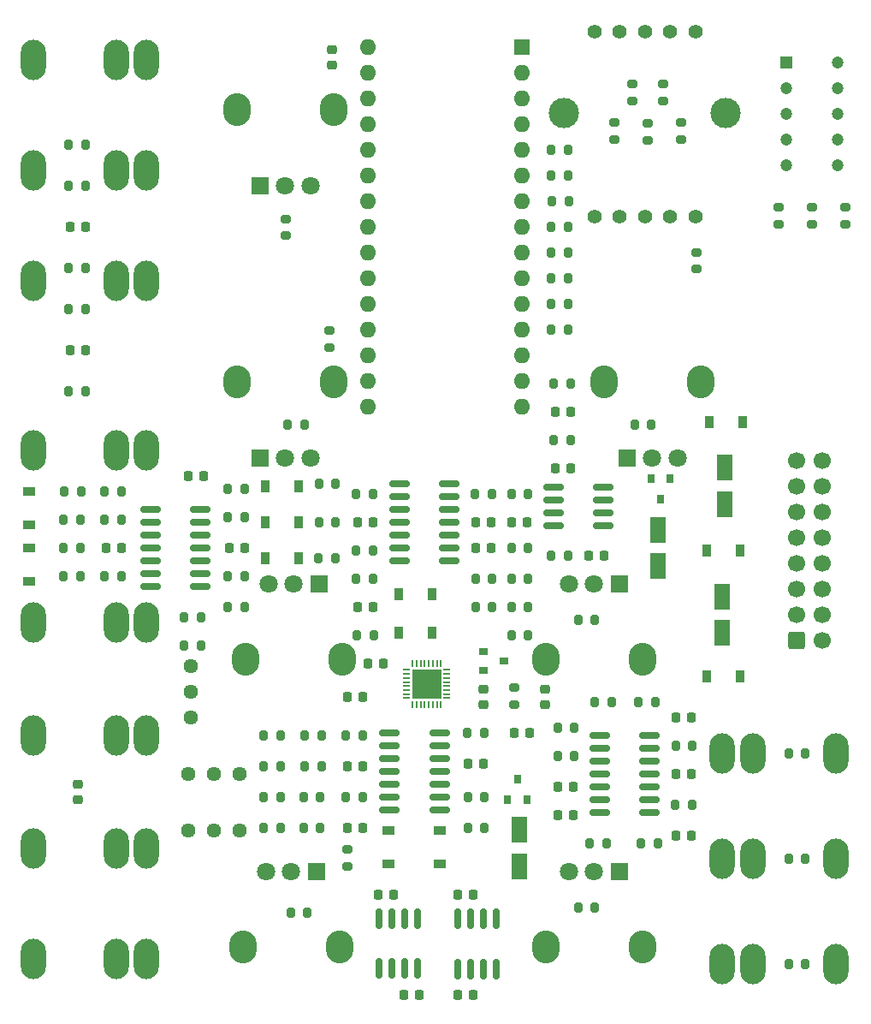
<source format=gbr>
%TF.GenerationSoftware,KiCad,Pcbnew,7.0.2*%
%TF.CreationDate,2023-05-23T13:36:19-04:00*%
%TF.ProjectId,SSI2130_Oscillator,53534932-3133-4305-9f4f-7363696c6c61,rev?*%
%TF.SameCoordinates,Original*%
%TF.FileFunction,Soldermask,Bot*%
%TF.FilePolarity,Negative*%
%FSLAX46Y46*%
G04 Gerber Fmt 4.6, Leading zero omitted, Abs format (unit mm)*
G04 Created by KiCad (PCBNEW 7.0.2) date 2023-05-23 13:36:19*
%MOMM*%
%LPD*%
G01*
G04 APERTURE LIST*
G04 Aperture macros list*
%AMRoundRect*
0 Rectangle with rounded corners*
0 $1 Rounding radius*
0 $2 $3 $4 $5 $6 $7 $8 $9 X,Y pos of 4 corners*
0 Add a 4 corners polygon primitive as box body*
4,1,4,$2,$3,$4,$5,$6,$7,$8,$9,$2,$3,0*
0 Add four circle primitives for the rounded corners*
1,1,$1+$1,$2,$3*
1,1,$1+$1,$4,$5*
1,1,$1+$1,$6,$7*
1,1,$1+$1,$8,$9*
0 Add four rect primitives between the rounded corners*
20,1,$1+$1,$2,$3,$4,$5,0*
20,1,$1+$1,$4,$5,$6,$7,0*
20,1,$1+$1,$6,$7,$8,$9,0*
20,1,$1+$1,$8,$9,$2,$3,0*%
G04 Aperture macros list end*
%ADD10RoundRect,0.225000X-0.225000X-0.250000X0.225000X-0.250000X0.225000X0.250000X-0.225000X0.250000X0*%
%ADD11R,1.600000X1.600000*%
%ADD12O,1.600000X1.600000*%
%ADD13RoundRect,0.250000X-0.550000X1.050000X-0.550000X-1.050000X0.550000X-1.050000X0.550000X1.050000X0*%
%ADD14RoundRect,0.225000X0.225000X0.250000X-0.225000X0.250000X-0.225000X-0.250000X0.225000X-0.250000X0*%
%ADD15RoundRect,0.225000X-0.250000X0.225000X-0.250000X-0.225000X0.250000X-0.225000X0.250000X0.225000X0*%
%ADD16R,0.900000X1.200000*%
%ADD17R,1.200000X1.200000*%
%ADD18C,1.200000*%
%ADD19O,2.500000X4.000000*%
%ADD20R,0.800000X0.900000*%
%ADD21R,0.900000X0.800000*%
%ADD22RoundRect,0.200000X-0.200000X-0.275000X0.200000X-0.275000X0.200000X0.275000X-0.200000X0.275000X0*%
%ADD23RoundRect,0.200000X0.200000X0.275000X-0.200000X0.275000X-0.200000X-0.275000X0.200000X-0.275000X0*%
%ADD24RoundRect,0.200000X-0.275000X0.200000X-0.275000X-0.200000X0.275000X-0.200000X0.275000X0.200000X0*%
%ADD25RoundRect,0.200000X0.275000X-0.200000X0.275000X0.200000X-0.275000X0.200000X-0.275000X-0.200000X0*%
%ADD26C,1.440000*%
%ADD27O,2.720000X3.240000*%
%ADD28C,1.800000*%
%ADD29R,1.800000X1.800000*%
%ADD30RoundRect,0.150000X-0.825000X-0.150000X0.825000X-0.150000X0.825000X0.150000X-0.825000X0.150000X0*%
%ADD31RoundRect,0.150000X-0.150000X0.825000X-0.150000X-0.825000X0.150000X-0.825000X0.150000X0.825000X0*%
%ADD32R,2.900000X2.900000*%
%ADD33RoundRect,0.050000X-0.050000X-0.300000X0.050000X-0.300000X0.050000X0.300000X-0.050000X0.300000X0*%
%ADD34RoundRect,0.050000X-0.300000X-0.050000X0.300000X-0.050000X0.300000X0.050000X-0.300000X0.050000X0*%
%ADD35R,1.200000X0.900000*%
%ADD36C,1.400000*%
%ADD37C,3.000000*%
%ADD38RoundRect,0.250000X-0.600000X-0.600000X0.600000X-0.600000X0.600000X0.600000X-0.600000X0.600000X0*%
%ADD39C,1.700000*%
%ADD40RoundRect,0.225000X0.250000X-0.225000X0.250000X0.225000X-0.250000X0.225000X-0.250000X-0.225000X0*%
G04 APERTURE END LIST*
D10*
%TO.C,C35*%
X49048000Y-71628000D03*
X47498000Y-71628000D03*
%TD*%
D11*
%TO.C,A1*%
X80518000Y-29210000D03*
D12*
X65278000Y-62230000D03*
X80518000Y-31750000D03*
X65278000Y-59690000D03*
X80518000Y-34290000D03*
X65278000Y-57150000D03*
X80518000Y-36830000D03*
X65278000Y-54610000D03*
X80518000Y-39370000D03*
X65278000Y-52070000D03*
X80518000Y-41910000D03*
X65278000Y-49530000D03*
X80518000Y-44450000D03*
X65278000Y-46990000D03*
X80518000Y-46990000D03*
X65278000Y-44450000D03*
X80518000Y-49530000D03*
X65278000Y-41910000D03*
X80518000Y-52070000D03*
X65278000Y-39370000D03*
X80518000Y-54610000D03*
X65278000Y-36830000D03*
X80518000Y-57150000D03*
X65278000Y-34290000D03*
X80518000Y-59690000D03*
X65278000Y-31750000D03*
X80518000Y-62230000D03*
X65278000Y-29210000D03*
X80518000Y-64770000D03*
X65278000Y-64770000D03*
%TD*%
D13*
%TO.C,C2*%
X100584000Y-70822000D03*
X100584000Y-74422000D03*
%TD*%
%TO.C,C3*%
X100330000Y-83544000D03*
X100330000Y-87144000D03*
%TD*%
%TO.C,C4*%
X93980000Y-80562000D03*
X93980000Y-76962000D03*
%TD*%
D14*
%TO.C,C5*%
X88646000Y-79502000D03*
X87096000Y-79502000D03*
%TD*%
D10*
%TO.C,C6*%
X85357000Y-70866000D03*
X83807000Y-70866000D03*
%TD*%
D14*
%TO.C,C7*%
X77470000Y-78740000D03*
X75920000Y-78740000D03*
%TD*%
D10*
%TO.C,C8*%
X75692000Y-122936000D03*
X74142000Y-122936000D03*
%TD*%
D14*
%TO.C,C9*%
X68834000Y-122936000D03*
X70384000Y-122936000D03*
%TD*%
%TO.C,C10*%
X81052000Y-76200000D03*
X79502000Y-76200000D03*
%TD*%
%TO.C,C11*%
X83794000Y-65278000D03*
X85344000Y-65278000D03*
%TD*%
D10*
%TO.C,C12*%
X74155000Y-113030000D03*
X75705000Y-113030000D03*
%TD*%
D14*
%TO.C,C13*%
X67844000Y-113030000D03*
X66294000Y-113030000D03*
%TD*%
%TO.C,C14*%
X84074000Y-105156000D03*
X85624000Y-105156000D03*
%TD*%
D13*
%TO.C,C15*%
X80264000Y-110236000D03*
X80264000Y-106636000D03*
%TD*%
D10*
%TO.C,C16*%
X64236000Y-76200000D03*
X65786000Y-76200000D03*
%TD*%
D14*
%TO.C,C17*%
X77470000Y-76200000D03*
X75920000Y-76200000D03*
%TD*%
D10*
%TO.C,C18*%
X39344000Y-78740000D03*
X40894000Y-78740000D03*
%TD*%
D14*
%TO.C,C19*%
X51536000Y-78740000D03*
X53086000Y-78740000D03*
%TD*%
%TO.C,C20*%
X65812000Y-84582000D03*
X64262000Y-84582000D03*
%TD*%
%TO.C,C21*%
X37338000Y-46990000D03*
X35788000Y-46990000D03*
%TD*%
D15*
%TO.C,C22*%
X82804000Y-94247000D03*
X82804000Y-92697000D03*
%TD*%
D10*
%TO.C,C23*%
X37338000Y-59182000D03*
X35788000Y-59182000D03*
%TD*%
%TO.C,C24*%
X64770000Y-100330000D03*
X63220000Y-100330000D03*
%TD*%
D14*
%TO.C,C25*%
X76734000Y-100076000D03*
X75184000Y-100076000D03*
%TD*%
%TO.C,C26*%
X66828000Y-90170000D03*
X65278000Y-90170000D03*
%TD*%
D10*
%TO.C,C27*%
X85598000Y-102362000D03*
X84048000Y-102362000D03*
%TD*%
D14*
%TO.C,C28*%
X95758000Y-101092000D03*
X97308000Y-101092000D03*
%TD*%
D15*
%TO.C,C31*%
X76708000Y-94234000D03*
X76708000Y-92684000D03*
%TD*%
D14*
%TO.C,C34*%
X64770000Y-93472000D03*
X63220000Y-93472000D03*
%TD*%
%TO.C,C36*%
X63220000Y-106426000D03*
X64770000Y-106426000D03*
%TD*%
D10*
%TO.C,C37*%
X79730000Y-97028000D03*
X81280000Y-97028000D03*
%TD*%
%TO.C,C38*%
X97308000Y-95504000D03*
X95758000Y-95504000D03*
%TD*%
%TO.C,C39*%
X95732000Y-107188000D03*
X97282000Y-107188000D03*
%TD*%
D16*
%TO.C,D1*%
X102360000Y-66294000D03*
X99060000Y-66294000D03*
%TD*%
%TO.C,D2*%
X98808000Y-78994000D03*
X102108000Y-78994000D03*
%TD*%
%TO.C,D3*%
X98806000Y-91440000D03*
X102106000Y-91440000D03*
%TD*%
D17*
%TO.C,DS1*%
X106680000Y-30734000D03*
D18*
X106680000Y-33274000D03*
X106680000Y-35814000D03*
X106680000Y-38354000D03*
X106680000Y-40894000D03*
X111760000Y-40894000D03*
X111760000Y-38354000D03*
X111760000Y-35814000D03*
X111760000Y-33274000D03*
X111760000Y-30734000D03*
%TD*%
D19*
%TO.C,J2*%
X32186000Y-119380000D03*
X40386000Y-119380000D03*
X43386000Y-119380000D03*
%TD*%
%TO.C,J3*%
X32186000Y-69088000D03*
X40386000Y-69088000D03*
X43386000Y-69088000D03*
%TD*%
%TO.C,J4*%
X43386000Y-86106000D03*
X40386000Y-86106000D03*
X32186000Y-86106000D03*
%TD*%
%TO.C,J5*%
X43386000Y-108458000D03*
X40386000Y-108458000D03*
X32186000Y-108458000D03*
%TD*%
%TO.C,J6*%
X32186000Y-97282000D03*
X40386000Y-97282000D03*
X43386000Y-97282000D03*
%TD*%
%TO.C,J7*%
X100378000Y-109474000D03*
X103378000Y-109474000D03*
X111578000Y-109474000D03*
%TD*%
%TO.C,J8*%
X111578000Y-99060000D03*
X103378000Y-99060000D03*
X100378000Y-99060000D03*
%TD*%
%TO.C,J9*%
X100378000Y-119888000D03*
X103378000Y-119888000D03*
X111578000Y-119888000D03*
%TD*%
%TO.C,J10*%
X32186000Y-41402000D03*
X40386000Y-41402000D03*
X43386000Y-41402000D03*
%TD*%
%TO.C,J11*%
X32186000Y-52324000D03*
X40386000Y-52324000D03*
X43386000Y-52324000D03*
%TD*%
%TO.C,J12*%
X43386000Y-30480000D03*
X40386000Y-30480000D03*
X32186000Y-30480000D03*
%TD*%
D20*
%TO.C,Q1*%
X93284000Y-71914000D03*
X95184000Y-71914000D03*
X94234000Y-73914000D03*
%TD*%
D21*
%TO.C,Q2*%
X76740000Y-90866000D03*
X76740000Y-88966000D03*
X78740000Y-89916000D03*
%TD*%
D22*
%TO.C,R1*%
X59308000Y-114808000D03*
X57658000Y-114808000D03*
%TD*%
D23*
%TO.C,R2*%
X86106000Y-114300000D03*
X87756000Y-114300000D03*
%TD*%
D22*
%TO.C,R3*%
X57341000Y-66548000D03*
X58991000Y-66548000D03*
%TD*%
D23*
%TO.C,R4*%
X93344000Y-66548000D03*
X91694000Y-66548000D03*
%TD*%
%TO.C,R5*%
X77596000Y-84582000D03*
X75946000Y-84582000D03*
%TD*%
%TO.C,R6*%
X86106000Y-85852000D03*
X87756000Y-85852000D03*
%TD*%
%TO.C,R7*%
X64770000Y-103378000D03*
X63120000Y-103378000D03*
%TD*%
D22*
%TO.C,R8*%
X65786000Y-81788000D03*
X64136000Y-81788000D03*
%TD*%
%TO.C,R9*%
X77596000Y-81788000D03*
X75946000Y-81788000D03*
%TD*%
D24*
%TO.C,R10*%
X63246000Y-110236000D03*
X63246000Y-108586000D03*
%TD*%
D22*
%TO.C,R11*%
X64199000Y-87376000D03*
X65849000Y-87376000D03*
%TD*%
%TO.C,R12*%
X81152000Y-81788000D03*
X79502000Y-81788000D03*
%TD*%
D23*
%TO.C,R13*%
X77533000Y-73406000D03*
X75883000Y-73406000D03*
%TD*%
D22*
%TO.C,R14*%
X79502000Y-73406000D03*
X81152000Y-73406000D03*
%TD*%
D23*
%TO.C,R15*%
X65786000Y-78994000D03*
X64136000Y-78994000D03*
%TD*%
%TO.C,R16*%
X85090000Y-79502000D03*
X83440000Y-79502000D03*
%TD*%
D22*
%TO.C,R17*%
X76834000Y-103378000D03*
X75184000Y-103378000D03*
%TD*%
%TO.C,R18*%
X64136000Y-73406000D03*
X65786000Y-73406000D03*
%TD*%
D23*
%TO.C,R19*%
X79502000Y-78740000D03*
X81152000Y-78740000D03*
%TD*%
D22*
%TO.C,R20*%
X83694000Y-68072000D03*
X85344000Y-68072000D03*
%TD*%
D23*
%TO.C,R21*%
X76834000Y-106426000D03*
X75184000Y-106426000D03*
%TD*%
D22*
%TO.C,R22*%
X40894000Y-75946000D03*
X39244000Y-75946000D03*
%TD*%
%TO.C,R23*%
X83694000Y-62484000D03*
X85344000Y-62484000D03*
%TD*%
D23*
%TO.C,R24*%
X36893000Y-73152000D03*
X35243000Y-73152000D03*
%TD*%
%TO.C,R25*%
X39244000Y-73152000D03*
X40894000Y-73152000D03*
%TD*%
%TO.C,R26*%
X36830000Y-75946000D03*
X35180000Y-75946000D03*
%TD*%
%TO.C,R27*%
X60389000Y-79756000D03*
X62039000Y-79756000D03*
%TD*%
%TO.C,R28*%
X53086000Y-75692000D03*
X51436000Y-75692000D03*
%TD*%
%TO.C,R29*%
X35180000Y-81534000D03*
X36830000Y-81534000D03*
%TD*%
%TO.C,R30*%
X35180000Y-78740000D03*
X36830000Y-78740000D03*
%TD*%
D22*
%TO.C,R31*%
X53086000Y-72898000D03*
X51436000Y-72898000D03*
%TD*%
%TO.C,R32*%
X40894000Y-81534000D03*
X39244000Y-81534000D03*
%TD*%
%TO.C,R33*%
X51436000Y-81534000D03*
X53086000Y-81534000D03*
%TD*%
%TO.C,R34*%
X47118000Y-85598000D03*
X48768000Y-85598000D03*
%TD*%
%TO.C,R35*%
X48768000Y-88392000D03*
X47118000Y-88392000D03*
%TD*%
%TO.C,R36*%
X53086000Y-84582000D03*
X51436000Y-84582000D03*
%TD*%
D23*
%TO.C,R37*%
X62102000Y-72390000D03*
X60452000Y-72390000D03*
%TD*%
%TO.C,R38*%
X60452000Y-76200000D03*
X62102000Y-76200000D03*
%TD*%
D25*
%TO.C,R39*%
X57150000Y-47878000D03*
X57150000Y-46228000D03*
%TD*%
D22*
%TO.C,R40*%
X63120000Y-97282000D03*
X64770000Y-97282000D03*
%TD*%
D23*
%TO.C,R41*%
X75121000Y-97028000D03*
X76771000Y-97028000D03*
%TD*%
D25*
%TO.C,R42*%
X97790000Y-49530000D03*
X97790000Y-51180000D03*
%TD*%
D22*
%TO.C,R43*%
X56642000Y-97282000D03*
X54992000Y-97282000D03*
%TD*%
D23*
%TO.C,R44*%
X60706000Y-100330000D03*
X59056000Y-100330000D03*
%TD*%
%TO.C,R45*%
X54992000Y-100330000D03*
X56642000Y-100330000D03*
%TD*%
D22*
%TO.C,R46*%
X79502000Y-87376000D03*
X81152000Y-87376000D03*
%TD*%
D23*
%TO.C,R47*%
X60578000Y-106426000D03*
X58928000Y-106426000D03*
%TD*%
%TO.C,R48*%
X56642000Y-106426000D03*
X54992000Y-106426000D03*
%TD*%
%TO.C,R49*%
X79502000Y-84582000D03*
X81152000Y-84582000D03*
%TD*%
D22*
%TO.C,R50*%
X37338000Y-63246000D03*
X35688000Y-63246000D03*
%TD*%
D24*
%TO.C,R51*%
X79756000Y-92584000D03*
X79756000Y-94234000D03*
%TD*%
D22*
%TO.C,R52*%
X58928000Y-103378000D03*
X60578000Y-103378000D03*
%TD*%
D23*
%TO.C,R53*%
X60706000Y-97282000D03*
X59056000Y-97282000D03*
%TD*%
%TO.C,R54*%
X88900000Y-107950000D03*
X87250000Y-107950000D03*
%TD*%
D22*
%TO.C,R55*%
X87758000Y-93980000D03*
X89408000Y-93980000D03*
%TD*%
%TO.C,R56*%
X93726000Y-93980000D03*
X92076000Y-93980000D03*
%TD*%
D23*
%TO.C,R59*%
X85724000Y-99314000D03*
X84074000Y-99314000D03*
%TD*%
D22*
%TO.C,R60*%
X93980000Y-107950000D03*
X92330000Y-107950000D03*
%TD*%
D23*
%TO.C,R61*%
X54992000Y-103378000D03*
X56642000Y-103378000D03*
%TD*%
D22*
%TO.C,R62*%
X97408000Y-98298000D03*
X95758000Y-98298000D03*
%TD*%
%TO.C,R63*%
X97345000Y-104140000D03*
X95695000Y-104140000D03*
%TD*%
D23*
%TO.C,R64*%
X84074000Y-96520000D03*
X85724000Y-96520000D03*
%TD*%
%TO.C,R65*%
X108584000Y-99060000D03*
X106934000Y-99060000D03*
%TD*%
%TO.C,R66*%
X108584000Y-119888000D03*
X106934000Y-119888000D03*
%TD*%
%TO.C,R67*%
X106934000Y-109474000D03*
X108584000Y-109474000D03*
%TD*%
D25*
%TO.C,R68*%
X94488000Y-34544000D03*
X94488000Y-32894000D03*
%TD*%
D22*
%TO.C,R69*%
X85090000Y-39370000D03*
X83440000Y-39370000D03*
%TD*%
%TO.C,R70*%
X85090000Y-41910000D03*
X83440000Y-41910000D03*
%TD*%
%TO.C,R71*%
X83503000Y-44450000D03*
X85153000Y-44450000D03*
%TD*%
%TO.C,R72*%
X85090000Y-46990000D03*
X83440000Y-46990000D03*
%TD*%
%TO.C,R73*%
X85090000Y-49530000D03*
X83440000Y-49530000D03*
%TD*%
%TO.C,R74*%
X85090000Y-52070000D03*
X83440000Y-52070000D03*
%TD*%
%TO.C,R75*%
X83440000Y-54610000D03*
X85090000Y-54610000D03*
%TD*%
%TO.C,R76*%
X85090000Y-57150000D03*
X83440000Y-57150000D03*
%TD*%
D25*
%TO.C,R77*%
X91440000Y-32894000D03*
X91440000Y-34544000D03*
%TD*%
D22*
%TO.C,R78*%
X35688000Y-38862000D03*
X37338000Y-38862000D03*
%TD*%
D25*
%TO.C,R79*%
X89662000Y-38354000D03*
X89662000Y-36704000D03*
%TD*%
D22*
%TO.C,R80*%
X37338000Y-51054000D03*
X35688000Y-51054000D03*
%TD*%
%TO.C,R81*%
X35688000Y-42926000D03*
X37338000Y-42926000D03*
%TD*%
D25*
%TO.C,R82*%
X92964000Y-38417000D03*
X92964000Y-36767000D03*
%TD*%
D22*
%TO.C,R83*%
X35688000Y-55118000D03*
X37338000Y-55118000D03*
%TD*%
D25*
%TO.C,R84*%
X96266000Y-36704000D03*
X96266000Y-38354000D03*
%TD*%
%TO.C,R85*%
X61468000Y-58928000D03*
X61468000Y-57278000D03*
%TD*%
D24*
%TO.C,R86*%
X112522000Y-45086000D03*
X112522000Y-46736000D03*
%TD*%
%TO.C,R87*%
X109220000Y-46736000D03*
X109220000Y-45086000D03*
%TD*%
%TO.C,R88*%
X105918000Y-46736000D03*
X105918000Y-45086000D03*
%TD*%
D26*
%TO.C,RV1*%
X52578000Y-101092000D03*
X50038000Y-101092000D03*
X47498000Y-101092000D03*
%TD*%
%TO.C,RV2*%
X47498000Y-106680000D03*
X50038000Y-106680000D03*
X52578000Y-106680000D03*
%TD*%
%TO.C,RV3*%
X47752000Y-90424000D03*
X47752000Y-92964000D03*
X47752000Y-95504000D03*
%TD*%
D27*
%TO.C,RV4*%
X62498000Y-118244000D03*
X52898000Y-118244000D03*
D28*
X55198000Y-110744000D03*
X57698000Y-110744000D03*
D29*
X60198000Y-110744000D03*
%TD*%
%TO.C,RV5*%
X90170000Y-110744000D03*
D28*
X87670000Y-110744000D03*
X85170000Y-110744000D03*
D27*
X82870000Y-118244000D03*
X92470000Y-118244000D03*
%TD*%
%TO.C,RV6*%
X52310000Y-62350000D03*
X61910000Y-62350000D03*
D28*
X59610000Y-69850000D03*
X57110000Y-69850000D03*
D29*
X54610000Y-69850000D03*
%TD*%
%TO.C,RV7*%
X90932000Y-69850000D03*
D28*
X93432000Y-69850000D03*
X95932000Y-69850000D03*
D27*
X98232000Y-62350000D03*
X88632000Y-62350000D03*
%TD*%
D29*
%TO.C,RV8*%
X60452000Y-82296000D03*
D28*
X57952000Y-82296000D03*
X55452000Y-82296000D03*
D27*
X53152000Y-89796000D03*
X62752000Y-89796000D03*
%TD*%
%TO.C,RV9*%
X92470000Y-89796000D03*
X82870000Y-89796000D03*
D28*
X85170000Y-82296000D03*
X87670000Y-82296000D03*
D29*
X90170000Y-82296000D03*
%TD*%
%TO.C,RV11*%
X54610000Y-42926000D03*
D28*
X57110000Y-42926000D03*
X59610000Y-42926000D03*
D27*
X61910000Y-35426000D03*
X52310000Y-35426000D03*
%TD*%
D30*
%TO.C,U1*%
X73341000Y-80010000D03*
X73341000Y-78740000D03*
X73341000Y-77470000D03*
X73341000Y-76200000D03*
X73341000Y-74930000D03*
X73341000Y-73660000D03*
X73341000Y-72390000D03*
X68391000Y-72390000D03*
X68391000Y-73660000D03*
X68391000Y-74930000D03*
X68391000Y-76200000D03*
X68391000Y-77470000D03*
X68391000Y-78740000D03*
X68391000Y-80010000D03*
%TD*%
%TO.C,U2*%
X43753000Y-82550000D03*
X43753000Y-81280000D03*
X43753000Y-80010000D03*
X43753000Y-78740000D03*
X43753000Y-77470000D03*
X43753000Y-76200000D03*
X43753000Y-74930000D03*
X48703000Y-74930000D03*
X48703000Y-76200000D03*
X48703000Y-77470000D03*
X48703000Y-78740000D03*
X48703000Y-80010000D03*
X48703000Y-81280000D03*
X48703000Y-82550000D03*
%TD*%
%TO.C,U3*%
X67440000Y-104648000D03*
X67440000Y-103378000D03*
X67440000Y-102108000D03*
X67440000Y-100838000D03*
X67440000Y-99568000D03*
X67440000Y-98298000D03*
X67440000Y-97028000D03*
X72390000Y-97028000D03*
X72390000Y-98298000D03*
X72390000Y-99568000D03*
X72390000Y-100838000D03*
X72390000Y-102108000D03*
X72390000Y-103378000D03*
X72390000Y-104648000D03*
%TD*%
%TO.C,U4*%
X93153000Y-104902000D03*
X93153000Y-103632000D03*
X93153000Y-102362000D03*
X93153000Y-101092000D03*
X93153000Y-99822000D03*
X93153000Y-98552000D03*
X93153000Y-97282000D03*
X88203000Y-97282000D03*
X88203000Y-98552000D03*
X88203000Y-99822000D03*
X88203000Y-101092000D03*
X88203000Y-102362000D03*
X88203000Y-103632000D03*
X88203000Y-104902000D03*
%TD*%
D20*
%TO.C,U5*%
X80076000Y-101616000D03*
X79126000Y-103616000D03*
X81026000Y-103616000D03*
%TD*%
D31*
%TO.C,U7*%
X74168000Y-115446000D03*
X75438000Y-115446000D03*
X76708000Y-115446000D03*
X77978000Y-115446000D03*
X77978000Y-120396000D03*
X76708000Y-120396000D03*
X75438000Y-120396000D03*
X74168000Y-120396000D03*
%TD*%
%TO.C,U8*%
X66421000Y-115381000D03*
X67691000Y-115381000D03*
X68961000Y-115381000D03*
X70231000Y-115381000D03*
X70231000Y-120331000D03*
X68961000Y-120331000D03*
X67691000Y-120331000D03*
X66421000Y-120331000D03*
%TD*%
D30*
%TO.C,U9*%
X88581000Y-76581000D03*
X88581000Y-75311000D03*
X88581000Y-74041000D03*
X88581000Y-72771000D03*
X83631000Y-72771000D03*
X83631000Y-74041000D03*
X83631000Y-75311000D03*
X83631000Y-76581000D03*
%TD*%
D32*
%TO.C,U11*%
X71110695Y-92202000D03*
D33*
X69710695Y-94202000D03*
X70110695Y-94202000D03*
X70510695Y-94202000D03*
X70910695Y-94202000D03*
X71310695Y-94202000D03*
X71710695Y-94202000D03*
X72110695Y-94202000D03*
X72510695Y-94202000D03*
D34*
X73110695Y-93602000D03*
X73110695Y-93202000D03*
X73110695Y-92802000D03*
X73110695Y-92402000D03*
X73110695Y-92002000D03*
X73110695Y-91602000D03*
X73110695Y-91202000D03*
X73110695Y-90802000D03*
D33*
X72510695Y-90202000D03*
X72110695Y-90202000D03*
X71710695Y-90202000D03*
X71310695Y-90202000D03*
X70910695Y-90202000D03*
X70510695Y-90202000D03*
X70110695Y-90202000D03*
X69710695Y-90202000D03*
D34*
X69110695Y-90802000D03*
X69110695Y-91202000D03*
X69110695Y-91602000D03*
X69110695Y-92002000D03*
X69110695Y-92402000D03*
X69110695Y-92802000D03*
X69110695Y-93202000D03*
X69110695Y-93602000D03*
%TD*%
D16*
%TO.C,D4*%
X71628000Y-83312000D03*
X68328000Y-83312000D03*
%TD*%
%TO.C,D5*%
X71626000Y-87122000D03*
X68326000Y-87122000D03*
%TD*%
D35*
%TO.C,D6*%
X67310000Y-109980000D03*
X67310000Y-106680000D03*
%TD*%
%TO.C,D7*%
X72390000Y-106682000D03*
X72390000Y-109982000D03*
%TD*%
%TO.C,D8*%
X31750000Y-76454000D03*
X31750000Y-73154000D03*
%TD*%
%TO.C,D9*%
X31750000Y-78740000D03*
X31750000Y-82040000D03*
%TD*%
D16*
%TO.C,D10*%
X55118000Y-79756000D03*
X58418000Y-79756000D03*
%TD*%
%TO.C,D11*%
X58418000Y-72644000D03*
X55118000Y-72644000D03*
%TD*%
%TO.C,D12*%
X55118000Y-76200000D03*
X58418000Y-76200000D03*
%TD*%
D36*
%TO.C,S1*%
X97710000Y-45980000D03*
X95210000Y-45980000D03*
X92710000Y-45980000D03*
X90210000Y-45980000D03*
X87710000Y-45980000D03*
X87710000Y-27680000D03*
X90210000Y-27680000D03*
X92710000Y-27680000D03*
X95210000Y-27680000D03*
X97710000Y-27680000D03*
D37*
X84710000Y-35730000D03*
X100710000Y-35730000D03*
%TD*%
D38*
%TO.C,J1*%
X107696000Y-87884000D03*
D39*
X107696000Y-85344000D03*
X107696000Y-82804000D03*
X107696000Y-80264000D03*
X107696000Y-77724000D03*
X107696000Y-75184000D03*
X107696000Y-72644000D03*
X107696000Y-70104000D03*
X110236000Y-87884000D03*
X110236000Y-85344000D03*
X110236000Y-82804000D03*
X110236000Y-80264000D03*
X110236000Y-77724000D03*
X110236000Y-75184000D03*
X110236000Y-72644000D03*
X110236000Y-70104000D03*
%TD*%
D40*
%TO.C,C29*%
X61722000Y-30988000D03*
X61722000Y-29438000D03*
%TD*%
%TO.C,C1*%
X36576000Y-103658000D03*
X36576000Y-102108000D03*
%TD*%
M02*

</source>
